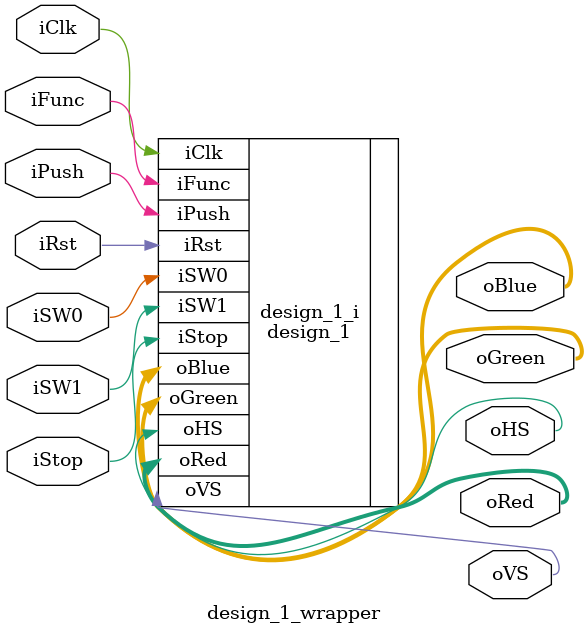
<source format=v>
`timescale 1 ps / 1 ps

module design_1_wrapper
   (iClk,
    iFunc,
    iPush,
    iRst,
    iSW0,
    iSW1,
    iStop,
    oBlue,
    oGreen,
    oHS,
    oRed,
    oVS);
  input iClk;
  input iFunc;
  input iPush;
  input iRst;
  input iSW0;
  input iSW1;
  input iStop;
  output [3:0]oBlue;
  output [3:0]oGreen;
  output oHS;
  output [3:0]oRed;
  output oVS;

  wire iClk;
  wire iFunc;
  wire iPush;
  wire iRst;
  wire iSW0;
  wire iSW1;
  wire iStop;
  wire [3:0]oBlue;
  wire [3:0]oGreen;
  wire oHS;
  wire [3:0]oRed;
  wire oVS;

  design_1 design_1_i
       (.iClk(iClk),
        .iFunc(iFunc),
        .iPush(iPush),
        .iRst(iRst),
        .iSW0(iSW0),
        .iSW1(iSW1),
        .iStop(iStop),
        .oBlue(oBlue),
        .oGreen(oGreen),
        .oHS(oHS),
        .oRed(oRed),
        .oVS(oVS));
endmodule

</source>
